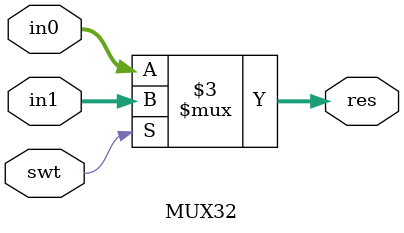
<source format=v>
module MUX32(
         in0,
         in1,
         swt,
         res
       );

input swt;
input [31:0] in0, in1;
output reg [31:0] res;

always @(*)
  begin
    if (swt)
      res <= in1;
    else
      res <= in0;
  end

endmodule

</source>
